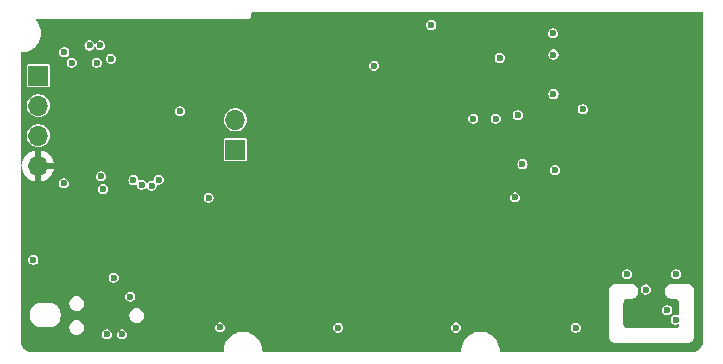
<source format=gbr>
%TF.GenerationSoftware,KiCad,Pcbnew,8.99.0-unknown-77b1d367df~178~ubuntu23.10.1*%
%TF.CreationDate,2024-11-07T11:46:47-05:00*%
%TF.ProjectId,nRF54L_ePaper,6e524635-344c-45f6-9550-617065722e6b,rev?*%
%TF.SameCoordinates,Original*%
%TF.FileFunction,Copper,L3,Inr*%
%TF.FilePolarity,Positive*%
%FSLAX46Y46*%
G04 Gerber Fmt 4.6, Leading zero omitted, Abs format (unit mm)*
G04 Created by KiCad (PCBNEW 8.99.0-unknown-77b1d367df~178~ubuntu23.10.1) date 2024-11-07 11:46:47*
%MOMM*%
%LPD*%
G01*
G04 APERTURE LIST*
%TA.AperFunction,ComponentPad*%
%ADD10R,1.700000X1.700000*%
%TD*%
%TA.AperFunction,ComponentPad*%
%ADD11O,1.700000X1.700000*%
%TD*%
%TA.AperFunction,ViaPad*%
%ADD12C,0.600000*%
%TD*%
G04 APERTURE END LIST*
D10*
%TO.N,Net-(BT1-+)*%
%TO.C,JP2*%
X118300000Y-56775000D03*
D11*
%TO.N,VDD*%
X118300000Y-54235000D03*
%TD*%
D10*
%TO.N,VDD*%
%TO.C,J1*%
X101600000Y-50500000D03*
D11*
%TO.N,/UART_TX*%
X101600000Y-53040000D03*
%TO.N,/UART_RX*%
X101600000Y-55580000D03*
%TO.N,GND*%
X101600000Y-58120000D03*
%TD*%
D12*
%TO.N,VDD*%
X109400000Y-69200000D03*
X151460000Y-67300000D03*
X113600000Y-53500000D03*
X142200000Y-53840000D03*
X153040000Y-68600000D03*
X101190000Y-66090000D03*
X145230000Y-52040000D03*
X155620000Y-67300000D03*
%TO.N,GND*%
X137070000Y-69670000D03*
X142790000Y-48500000D03*
X109560000Y-48190000D03*
X106850000Y-53360000D03*
X142780000Y-56070000D03*
X142790000Y-46700000D03*
X117000000Y-69680000D03*
X144700000Y-60280000D03*
X104010000Y-62260000D03*
X108670000Y-48190000D03*
X152110000Y-71150000D03*
X142790000Y-45800000D03*
X103550000Y-60700000D03*
X142870000Y-56808000D03*
X113890000Y-47600000D03*
X142790000Y-47600000D03*
X113180000Y-55660000D03*
X112260000Y-55650000D03*
X142780000Y-49410000D03*
X114690000Y-55060000D03*
X147460000Y-50750000D03*
X147130000Y-69670000D03*
X127050000Y-69680000D03*
X147580000Y-55250000D03*
X143400000Y-60430000D03*
X106100000Y-69200000D03*
X110450000Y-48190000D03*
X112880000Y-53000000D03*
%TO.N,/PREVGL*%
X145185000Y-46905000D03*
X134880000Y-46200000D03*
%TO.N,/SCL*%
X109670000Y-59340000D03*
X154860000Y-70350000D03*
X106850000Y-47930000D03*
%TO.N,/SDA*%
X155570000Y-71150000D03*
X105950000Y-47940000D03*
X110370000Y-59730000D03*
%TO.N,/PREVGH*%
X145230466Y-48707047D03*
X140680000Y-49000000D03*
%TO.N,/GDR*%
X140340000Y-54140000D03*
X145370000Y-58490000D03*
%TO.N,/RESE*%
X142600000Y-57970000D03*
X138440000Y-54140000D03*
%TO.N,/EPD_DC*%
X130050000Y-49640000D03*
X147700000Y-53340000D03*
%TO.N,Net-(Q2-G)*%
X103820000Y-48510000D03*
X103760000Y-59620000D03*
%TO.N,Net-(J4-SWDIO)*%
X108700000Y-72400000D03*
X106560000Y-49400000D03*
%TO.N,Net-(J4-~{RESET})*%
X107750000Y-49070000D03*
X108000000Y-67600000D03*
%TO.N,Net-(J4-SWCLK)*%
X104440000Y-49400000D03*
X107400000Y-72400000D03*
%TO.N,/SW1*%
X116990000Y-71810000D03*
%TO.N,/SW2*%
X127000000Y-71830000D03*
%TO.N,/SW3*%
X136980000Y-71820000D03*
%TO.N,/SW4*%
X147110000Y-71830000D03*
%TO.N,/UART_TX*%
X111200000Y-59800000D03*
X106920000Y-59020000D03*
%TO.N,/UART_RX*%
X107100000Y-60100000D03*
X111800000Y-59300000D03*
%TO.N,Net-(BT1-+)*%
X116030000Y-60820000D03*
X141960000Y-60800000D03*
%TD*%
%TA.AperFunction,Conductor*%
%TO.N,GND*%
G36*
X157854194Y-45118306D02*
G01*
X157872500Y-45162500D01*
X157872500Y-72996930D01*
X157872199Y-73003056D01*
X157856338Y-73164088D01*
X157853948Y-73176105D01*
X157807871Y-73328002D01*
X157803182Y-73339321D01*
X157728358Y-73479307D01*
X157721551Y-73489494D01*
X157620856Y-73612192D01*
X157612192Y-73620856D01*
X157489494Y-73721551D01*
X157479307Y-73728358D01*
X157339321Y-73803182D01*
X157328002Y-73807871D01*
X157176105Y-73853948D01*
X157164088Y-73856338D01*
X157003056Y-73872199D01*
X156996930Y-73872500D01*
X140758227Y-73872500D01*
X140742051Y-73870370D01*
X140729925Y-73867121D01*
X140701908Y-73850945D01*
X140699054Y-73848091D01*
X140682878Y-73820072D01*
X140679628Y-73807945D01*
X140677500Y-73791773D01*
X140677500Y-73678042D01*
X140677500Y-73678036D01*
X140641145Y-73436832D01*
X140569246Y-73203740D01*
X140463409Y-72983968D01*
X140353386Y-72822594D01*
X140326005Y-72782433D01*
X140326002Y-72782430D01*
X140325999Y-72782425D01*
X140160085Y-72603612D01*
X140160080Y-72603608D01*
X140160077Y-72603605D01*
X139969383Y-72451531D01*
X139969377Y-72451527D01*
X139969374Y-72451525D01*
X139758126Y-72329561D01*
X139531059Y-72240444D01*
X139531055Y-72240443D01*
X139531052Y-72240442D01*
X139293247Y-72186165D01*
X139050003Y-72167936D01*
X139049997Y-72167936D01*
X138806753Y-72186165D01*
X138806751Y-72186165D01*
X138568947Y-72240442D01*
X138568944Y-72240443D01*
X138341871Y-72329562D01*
X138219870Y-72400000D01*
X138152667Y-72438800D01*
X138130616Y-72451531D01*
X137939922Y-72603605D01*
X137939917Y-72603610D01*
X137939915Y-72603611D01*
X137939915Y-72603612D01*
X137791657Y-72763397D01*
X137773994Y-72782433D01*
X137636591Y-72983967D01*
X137530752Y-73203744D01*
X137530751Y-73203748D01*
X137458856Y-73436824D01*
X137422500Y-73678036D01*
X137422500Y-73791773D01*
X137420370Y-73807951D01*
X137417121Y-73820075D01*
X137400945Y-73848091D01*
X137398091Y-73850945D01*
X137370074Y-73867121D01*
X137357947Y-73870370D01*
X137341773Y-73872500D01*
X120658227Y-73872500D01*
X120642051Y-73870370D01*
X120629925Y-73867121D01*
X120601908Y-73850945D01*
X120599054Y-73848091D01*
X120582878Y-73820072D01*
X120579628Y-73807945D01*
X120577500Y-73791773D01*
X120577500Y-73678042D01*
X120577500Y-73678036D01*
X120541145Y-73436832D01*
X120469246Y-73203740D01*
X120363409Y-72983968D01*
X120253386Y-72822594D01*
X120226005Y-72782433D01*
X120226002Y-72782430D01*
X120225999Y-72782425D01*
X120060085Y-72603612D01*
X120060080Y-72603608D01*
X120060077Y-72603605D01*
X119869383Y-72451531D01*
X119869377Y-72451527D01*
X119869374Y-72451525D01*
X119658126Y-72329561D01*
X119431059Y-72240444D01*
X119431055Y-72240443D01*
X119431052Y-72240442D01*
X119193247Y-72186165D01*
X118950003Y-72167936D01*
X118949997Y-72167936D01*
X118706753Y-72186165D01*
X118706751Y-72186165D01*
X118468947Y-72240442D01*
X118468944Y-72240443D01*
X118241871Y-72329562D01*
X118119870Y-72400000D01*
X118052667Y-72438800D01*
X118030616Y-72451531D01*
X117839922Y-72603605D01*
X117839917Y-72603610D01*
X117839915Y-72603611D01*
X117839915Y-72603612D01*
X117691657Y-72763397D01*
X117673994Y-72782433D01*
X117536591Y-72983967D01*
X117430752Y-73203744D01*
X117430751Y-73203748D01*
X117358856Y-73436824D01*
X117322500Y-73678036D01*
X117322500Y-73791773D01*
X117320370Y-73807951D01*
X117317121Y-73820075D01*
X117300945Y-73848091D01*
X117298091Y-73850945D01*
X117270074Y-73867121D01*
X117257947Y-73870370D01*
X117241773Y-73872500D01*
X101003070Y-73872500D01*
X100996944Y-73872199D01*
X100835911Y-73856338D01*
X100823894Y-73853948D01*
X100671997Y-73807871D01*
X100660678Y-73803182D01*
X100520692Y-73728358D01*
X100510505Y-73721551D01*
X100457481Y-73678036D01*
X100387805Y-73620854D01*
X100379143Y-73612192D01*
X100347877Y-73574094D01*
X100278445Y-73489490D01*
X100271644Y-73479311D01*
X100196815Y-73339317D01*
X100192130Y-73328007D01*
X100146050Y-73176101D01*
X100143661Y-73164088D01*
X100140057Y-73127500D01*
X100127801Y-73003056D01*
X100127500Y-72996930D01*
X100127500Y-70648799D01*
X100872500Y-70648799D01*
X100872500Y-70851200D01*
X100911985Y-71049709D01*
X100911985Y-71049710D01*
X100989441Y-71236704D01*
X100989442Y-71236706D01*
X101087531Y-71383506D01*
X101101888Y-71404993D01*
X101245007Y-71548112D01*
X101413296Y-71660559D01*
X101600289Y-71738014D01*
X101798800Y-71777500D01*
X102601200Y-71777500D01*
X102716030Y-71754659D01*
X104237200Y-71754659D01*
X104237200Y-71877340D01*
X104261133Y-71997662D01*
X104308082Y-72111006D01*
X104308083Y-72111008D01*
X104369461Y-72202867D01*
X104376240Y-72213012D01*
X104462988Y-72299760D01*
X104564994Y-72367918D01*
X104678336Y-72414866D01*
X104798660Y-72438800D01*
X104921340Y-72438800D01*
X105041664Y-72414866D01*
X105077554Y-72400000D01*
X106968104Y-72400000D01*
X106985598Y-72521677D01*
X106985599Y-72521680D01*
X107036665Y-72633500D01*
X107036669Y-72633506D01*
X107117166Y-72726403D01*
X107117168Y-72726405D01*
X107220584Y-72792866D01*
X107220586Y-72792866D01*
X107220587Y-72792867D01*
X107338534Y-72827500D01*
X107338535Y-72827500D01*
X107461465Y-72827500D01*
X107579416Y-72792866D01*
X107682832Y-72726405D01*
X107763334Y-72633501D01*
X107814401Y-72521679D01*
X107831896Y-72400000D01*
X108268104Y-72400000D01*
X108285598Y-72521677D01*
X108285599Y-72521680D01*
X108336665Y-72633500D01*
X108336669Y-72633506D01*
X108417166Y-72726403D01*
X108417168Y-72726405D01*
X108520584Y-72792866D01*
X108520586Y-72792866D01*
X108520587Y-72792867D01*
X108638534Y-72827500D01*
X108638535Y-72827500D01*
X108761465Y-72827500D01*
X108879416Y-72792866D01*
X108982832Y-72726405D01*
X109063334Y-72633501D01*
X109114401Y-72521679D01*
X109131896Y-72400000D01*
X109114401Y-72278321D01*
X109063334Y-72166499D01*
X109063330Y-72166493D01*
X108982833Y-72073596D01*
X108982832Y-72073595D01*
X108879416Y-72007134D01*
X108879414Y-72007133D01*
X108879412Y-72007132D01*
X108761466Y-71972500D01*
X108761465Y-71972500D01*
X108638535Y-71972500D01*
X108638534Y-71972500D01*
X108520587Y-72007132D01*
X108417166Y-72073596D01*
X108336669Y-72166493D01*
X108336665Y-72166499D01*
X108285599Y-72278319D01*
X108285598Y-72278322D01*
X108268104Y-72400000D01*
X107831896Y-72400000D01*
X107814401Y-72278321D01*
X107763334Y-72166499D01*
X107763330Y-72166493D01*
X107682833Y-72073596D01*
X107682832Y-72073595D01*
X107579416Y-72007134D01*
X107579414Y-72007133D01*
X107579412Y-72007132D01*
X107461466Y-71972500D01*
X107461465Y-71972500D01*
X107338535Y-71972500D01*
X107338534Y-71972500D01*
X107220587Y-72007132D01*
X107117166Y-72073596D01*
X107036669Y-72166493D01*
X107036665Y-72166499D01*
X106985599Y-72278319D01*
X106985598Y-72278322D01*
X106968104Y-72400000D01*
X105077554Y-72400000D01*
X105155006Y-72367918D01*
X105257012Y-72299760D01*
X105343760Y-72213012D01*
X105411918Y-72111006D01*
X105458866Y-71997664D01*
X105482800Y-71877340D01*
X105482800Y-71810000D01*
X116558104Y-71810000D01*
X116575598Y-71931677D01*
X116575599Y-71931680D01*
X116626665Y-72043500D01*
X116626669Y-72043506D01*
X116707166Y-72136403D01*
X116707168Y-72136405D01*
X116810584Y-72202866D01*
X116810586Y-72202866D01*
X116810587Y-72202867D01*
X116928534Y-72237500D01*
X116928535Y-72237500D01*
X117051465Y-72237500D01*
X117169416Y-72202866D01*
X117272832Y-72136405D01*
X117353334Y-72043501D01*
X117404401Y-71931679D01*
X117419020Y-71830000D01*
X126568104Y-71830000D01*
X126585598Y-71951677D01*
X126585599Y-71951680D01*
X126636665Y-72063500D01*
X126636669Y-72063506D01*
X126708501Y-72146403D01*
X126717168Y-72156405D01*
X126820584Y-72222866D01*
X126820586Y-72222866D01*
X126820587Y-72222867D01*
X126938534Y-72257500D01*
X126938535Y-72257500D01*
X127061465Y-72257500D01*
X127179416Y-72222866D01*
X127282832Y-72156405D01*
X127354587Y-72073596D01*
X127363330Y-72063506D01*
X127363331Y-72063504D01*
X127363334Y-72063501D01*
X127414401Y-71951679D01*
X127431896Y-71830000D01*
X127430458Y-71820000D01*
X136548104Y-71820000D01*
X136565598Y-71941677D01*
X136565599Y-71941680D01*
X136616665Y-72053500D01*
X136616669Y-72053506D01*
X136688501Y-72136403D01*
X136697168Y-72146405D01*
X136800584Y-72212866D01*
X136800586Y-72212866D01*
X136800587Y-72212867D01*
X136918534Y-72247500D01*
X136918535Y-72247500D01*
X137041465Y-72247500D01*
X137159416Y-72212866D01*
X137262832Y-72146405D01*
X137325922Y-72073596D01*
X137343330Y-72053506D01*
X137343331Y-72053504D01*
X137343334Y-72053501D01*
X137394401Y-71941679D01*
X137410458Y-71830000D01*
X146678104Y-71830000D01*
X146695598Y-71951677D01*
X146695599Y-71951680D01*
X146746665Y-72063500D01*
X146746669Y-72063506D01*
X146818501Y-72146403D01*
X146827168Y-72156405D01*
X146930584Y-72222866D01*
X146930586Y-72222866D01*
X146930587Y-72222867D01*
X147048534Y-72257500D01*
X147048535Y-72257500D01*
X147171465Y-72257500D01*
X147289416Y-72222866D01*
X147392832Y-72156405D01*
X147464587Y-72073596D01*
X147473330Y-72063506D01*
X147473331Y-72063504D01*
X147473334Y-72063501D01*
X147524401Y-71951679D01*
X147541896Y-71830000D01*
X147524401Y-71708321D01*
X147473334Y-71596499D01*
X147473330Y-71596493D01*
X147392833Y-71503596D01*
X147392832Y-71503595D01*
X147289416Y-71437134D01*
X147289414Y-71437133D01*
X147289412Y-71437132D01*
X147171466Y-71402500D01*
X147171465Y-71402500D01*
X147048535Y-71402500D01*
X147048534Y-71402500D01*
X146930587Y-71437132D01*
X146827166Y-71503596D01*
X146746669Y-71596493D01*
X146746665Y-71596499D01*
X146695599Y-71708319D01*
X146695598Y-71708322D01*
X146678104Y-71830000D01*
X137410458Y-71830000D01*
X137411896Y-71820000D01*
X137394401Y-71698321D01*
X137343334Y-71586499D01*
X137343330Y-71586493D01*
X137262833Y-71493596D01*
X137262832Y-71493595D01*
X137159416Y-71427134D01*
X137159414Y-71427133D01*
X137159412Y-71427132D01*
X137041466Y-71392500D01*
X137041465Y-71392500D01*
X136918535Y-71392500D01*
X136918534Y-71392500D01*
X136800587Y-71427132D01*
X136697166Y-71493596D01*
X136616669Y-71586493D01*
X136616665Y-71586499D01*
X136565599Y-71698319D01*
X136565598Y-71698322D01*
X136548104Y-71820000D01*
X127430458Y-71820000D01*
X127414401Y-71708321D01*
X127363334Y-71596499D01*
X127363330Y-71596493D01*
X127282833Y-71503596D01*
X127282832Y-71503595D01*
X127179416Y-71437134D01*
X127179414Y-71437133D01*
X127179412Y-71437132D01*
X127061466Y-71402500D01*
X127061465Y-71402500D01*
X126938535Y-71402500D01*
X126938534Y-71402500D01*
X126820587Y-71437132D01*
X126717166Y-71503596D01*
X126636669Y-71596493D01*
X126636665Y-71596499D01*
X126585599Y-71708319D01*
X126585598Y-71708322D01*
X126568104Y-71830000D01*
X117419020Y-71830000D01*
X117421896Y-71810000D01*
X117404401Y-71688321D01*
X117353334Y-71576499D01*
X117353330Y-71576493D01*
X117272833Y-71483596D01*
X117272832Y-71483595D01*
X117169416Y-71417134D01*
X117169414Y-71417133D01*
X117169412Y-71417132D01*
X117051466Y-71382500D01*
X117051465Y-71382500D01*
X116928535Y-71382500D01*
X116928534Y-71382500D01*
X116810587Y-71417132D01*
X116707166Y-71483596D01*
X116626669Y-71576493D01*
X116626665Y-71576499D01*
X116575599Y-71688319D01*
X116575598Y-71688322D01*
X116558104Y-71810000D01*
X105482800Y-71810000D01*
X105482800Y-71754660D01*
X105458866Y-71634336D01*
X105411918Y-71520994D01*
X105343760Y-71418988D01*
X105257012Y-71332240D01*
X105257011Y-71332239D01*
X105155008Y-71264083D01*
X105155006Y-71264082D01*
X105041662Y-71217133D01*
X104921340Y-71193200D01*
X104798660Y-71193200D01*
X104678337Y-71217133D01*
X104564993Y-71264082D01*
X104564991Y-71264083D01*
X104462988Y-71332239D01*
X104376239Y-71418988D01*
X104308083Y-71520991D01*
X104308082Y-71520993D01*
X104261133Y-71634337D01*
X104237200Y-71754659D01*
X102716030Y-71754659D01*
X102799711Y-71738014D01*
X102986704Y-71660559D01*
X103154993Y-71548112D01*
X103298112Y-71404993D01*
X103410559Y-71236704D01*
X103488014Y-71049711D01*
X103527500Y-70851200D01*
X103527500Y-70738659D01*
X109317200Y-70738659D01*
X109317200Y-70861340D01*
X109341133Y-70981662D01*
X109388082Y-71095006D01*
X109388083Y-71095008D01*
X109453693Y-71193200D01*
X109456240Y-71197012D01*
X109542988Y-71283760D01*
X109644994Y-71351918D01*
X109758336Y-71398866D01*
X109878660Y-71422800D01*
X110001340Y-71422800D01*
X110121664Y-71398866D01*
X110235006Y-71351918D01*
X110337012Y-71283760D01*
X110423760Y-71197012D01*
X110491918Y-71095006D01*
X110538866Y-70981664D01*
X110562800Y-70861340D01*
X110562800Y-70738660D01*
X110538866Y-70618336D01*
X110491918Y-70504994D01*
X110423760Y-70402988D01*
X110337012Y-70316240D01*
X110337011Y-70316239D01*
X110235008Y-70248083D01*
X110235006Y-70248082D01*
X110121662Y-70201133D01*
X110001340Y-70177200D01*
X109878660Y-70177200D01*
X109758337Y-70201133D01*
X109644993Y-70248082D01*
X109644991Y-70248083D01*
X109542988Y-70316239D01*
X109456239Y-70402988D01*
X109388083Y-70504991D01*
X109388082Y-70504993D01*
X109341133Y-70618337D01*
X109317200Y-70738659D01*
X103527500Y-70738659D01*
X103527500Y-70648800D01*
X103488014Y-70450289D01*
X103410559Y-70263296D01*
X103298112Y-70095007D01*
X103154993Y-69951888D01*
X103111011Y-69922500D01*
X102986706Y-69839442D01*
X102986704Y-69839441D01*
X102799709Y-69761985D01*
X102601999Y-69722659D01*
X104237200Y-69722659D01*
X104237200Y-69845340D01*
X104261133Y-69965662D01*
X104261134Y-69965664D01*
X104308082Y-70079006D01*
X104376240Y-70181012D01*
X104462988Y-70267760D01*
X104564994Y-70335918D01*
X104678336Y-70382866D01*
X104798660Y-70406800D01*
X104921340Y-70406800D01*
X105041664Y-70382866D01*
X105155006Y-70335918D01*
X105257012Y-70267760D01*
X105343760Y-70181012D01*
X105411918Y-70079006D01*
X105458866Y-69965664D01*
X105482800Y-69845340D01*
X105482800Y-69722660D01*
X105458866Y-69602336D01*
X105411918Y-69488994D01*
X105343760Y-69386988D01*
X105257012Y-69300240D01*
X105257011Y-69300239D01*
X105155008Y-69232083D01*
X105155006Y-69232082D01*
X105077554Y-69200000D01*
X108968104Y-69200000D01*
X108985598Y-69321677D01*
X108985599Y-69321680D01*
X109036665Y-69433500D01*
X109036669Y-69433506D01*
X109117166Y-69526403D01*
X109117168Y-69526405D01*
X109220584Y-69592866D01*
X109220586Y-69592866D01*
X109220587Y-69592867D01*
X109338534Y-69627500D01*
X109338535Y-69627500D01*
X109461465Y-69627500D01*
X109579416Y-69592866D01*
X109682832Y-69526405D01*
X109763334Y-69433501D01*
X109814401Y-69321679D01*
X109831896Y-69200000D01*
X109814401Y-69078321D01*
X109763334Y-68966499D01*
X109763330Y-68966493D01*
X109682833Y-68873596D01*
X109682832Y-68873595D01*
X109579416Y-68807134D01*
X109579414Y-68807133D01*
X109579412Y-68807132D01*
X109461466Y-68772500D01*
X109461465Y-68772500D01*
X109338535Y-68772500D01*
X109338534Y-68772500D01*
X109220587Y-68807132D01*
X109117166Y-68873596D01*
X109036669Y-68966493D01*
X109036665Y-68966499D01*
X108985599Y-69078319D01*
X108985598Y-69078322D01*
X108968104Y-69200000D01*
X105077554Y-69200000D01*
X105041662Y-69185133D01*
X104921340Y-69161200D01*
X104798660Y-69161200D01*
X104678337Y-69185133D01*
X104564993Y-69232082D01*
X104564991Y-69232083D01*
X104462988Y-69300239D01*
X104376239Y-69386988D01*
X104308083Y-69488991D01*
X104308082Y-69488993D01*
X104261133Y-69602337D01*
X104237200Y-69722659D01*
X102601999Y-69722659D01*
X102601200Y-69722500D01*
X101798800Y-69722500D01*
X101600290Y-69761985D01*
X101600289Y-69761985D01*
X101413295Y-69839441D01*
X101413293Y-69839442D01*
X101245007Y-69951887D01*
X101101887Y-70095007D01*
X100989442Y-70263293D01*
X100989441Y-70263295D01*
X100911985Y-70450289D01*
X100911985Y-70450290D01*
X100872500Y-70648799D01*
X100127500Y-70648799D01*
X100127500Y-68679296D01*
X149892500Y-68679296D01*
X149892500Y-72570703D01*
X149923964Y-72708559D01*
X149985316Y-72835960D01*
X149985318Y-72835963D01*
X150073483Y-72946517D01*
X150184037Y-73034682D01*
X150311438Y-73096035D01*
X150449298Y-73127500D01*
X150449299Y-73127500D01*
X156590701Y-73127500D01*
X156590702Y-73127500D01*
X156728562Y-73096035D01*
X156855963Y-73034682D01*
X156966517Y-72946517D01*
X157054682Y-72835963D01*
X157116035Y-72708562D01*
X157147500Y-72570702D01*
X157147500Y-72500000D01*
X157147500Y-72470899D01*
X157147500Y-68724639D01*
X157147500Y-68679298D01*
X157116035Y-68541438D01*
X157054682Y-68414037D01*
X156966517Y-68303483D01*
X156855963Y-68215318D01*
X156855960Y-68215316D01*
X156767050Y-68172500D01*
X156728562Y-68153965D01*
X156728560Y-68153964D01*
X156728559Y-68153964D01*
X156590703Y-68122500D01*
X156590702Y-68122500D01*
X156545361Y-68122500D01*
X155299101Y-68122500D01*
X155270000Y-68122500D01*
X155199298Y-68122500D01*
X155199296Y-68122500D01*
X155061440Y-68153964D01*
X154934039Y-68215316D01*
X154934036Y-68215318D01*
X154823483Y-68303483D01*
X154735318Y-68414036D01*
X154735316Y-68414039D01*
X154673964Y-68541440D01*
X154642500Y-68679296D01*
X154642500Y-68820703D01*
X154668872Y-68936250D01*
X154673965Y-68958562D01*
X154700372Y-69013397D01*
X154735316Y-69085960D01*
X154735318Y-69085963D01*
X154823483Y-69196517D01*
X154934037Y-69284682D01*
X155061438Y-69346035D01*
X155199298Y-69377500D01*
X155244639Y-69377500D01*
X155490899Y-69377500D01*
X155515906Y-69377500D01*
X155524063Y-69378035D01*
X155531569Y-69379023D01*
X155608256Y-69389119D01*
X155624006Y-69393339D01*
X155690931Y-69421060D01*
X155698645Y-69424256D01*
X155712774Y-69432413D01*
X155776868Y-69481593D01*
X155788406Y-69493131D01*
X155837586Y-69557225D01*
X155845743Y-69571354D01*
X155876658Y-69645987D01*
X155880880Y-69661746D01*
X155888900Y-69722659D01*
X155891965Y-69745936D01*
X155892500Y-69754094D01*
X155892500Y-70734628D01*
X155874194Y-70778822D01*
X155830000Y-70797128D01*
X155796211Y-70787207D01*
X155749416Y-70757134D01*
X155749414Y-70757133D01*
X155749412Y-70757132D01*
X155631466Y-70722500D01*
X155631465Y-70722500D01*
X155508535Y-70722500D01*
X155508534Y-70722500D01*
X155390587Y-70757132D01*
X155287166Y-70823596D01*
X155206669Y-70916493D01*
X155206665Y-70916499D01*
X155155599Y-71028319D01*
X155155598Y-71028322D01*
X155138104Y-71150000D01*
X155155598Y-71271677D01*
X155155599Y-71271680D01*
X155206665Y-71383500D01*
X155206669Y-71383506D01*
X155253139Y-71437134D01*
X155287168Y-71476405D01*
X155390584Y-71542866D01*
X155390586Y-71542866D01*
X155390587Y-71542867D01*
X155508534Y-71577500D01*
X155508535Y-71577500D01*
X155631465Y-71577500D01*
X155749416Y-71542866D01*
X155786220Y-71519213D01*
X155833293Y-71510720D01*
X155872586Y-71538001D01*
X155881974Y-71579943D01*
X155880882Y-71588245D01*
X155876658Y-71604012D01*
X155845743Y-71678645D01*
X155837586Y-71692774D01*
X155788406Y-71756868D01*
X155776868Y-71768406D01*
X155712774Y-71817586D01*
X155698645Y-71825743D01*
X155624012Y-71856658D01*
X155608252Y-71860881D01*
X155524064Y-71871965D01*
X155515906Y-71872500D01*
X151524094Y-71872500D01*
X151515936Y-71871965D01*
X151431746Y-71860880D01*
X151415988Y-71856658D01*
X151366026Y-71835963D01*
X151341354Y-71825743D01*
X151327225Y-71817586D01*
X151263131Y-71768406D01*
X151251593Y-71756868D01*
X151202413Y-71692774D01*
X151194256Y-71678645D01*
X151186764Y-71660558D01*
X151163339Y-71604006D01*
X151159119Y-71588256D01*
X151148035Y-71504062D01*
X151147500Y-71495905D01*
X151147500Y-70350000D01*
X154428104Y-70350000D01*
X154445598Y-70471677D01*
X154445599Y-70471680D01*
X154496665Y-70583500D01*
X154496669Y-70583506D01*
X154577166Y-70676403D01*
X154577168Y-70676405D01*
X154680584Y-70742866D01*
X154680586Y-70742866D01*
X154680587Y-70742867D01*
X154798534Y-70777500D01*
X154798535Y-70777500D01*
X154921465Y-70777500D01*
X155039416Y-70742866D01*
X155142832Y-70676405D01*
X155223334Y-70583501D01*
X155274401Y-70471679D01*
X155291896Y-70350000D01*
X155274401Y-70228321D01*
X155223334Y-70116499D01*
X155223330Y-70116493D01*
X155142833Y-70023596D01*
X155142832Y-70023595D01*
X155039416Y-69957134D01*
X155039414Y-69957133D01*
X155039412Y-69957132D01*
X154921466Y-69922500D01*
X154921465Y-69922500D01*
X154798535Y-69922500D01*
X154798534Y-69922500D01*
X154680587Y-69957132D01*
X154577166Y-70023596D01*
X154496669Y-70116493D01*
X154496665Y-70116499D01*
X154445599Y-70228319D01*
X154445598Y-70228322D01*
X154428104Y-70350000D01*
X151147500Y-70350000D01*
X151147500Y-69754094D01*
X151148035Y-69745937D01*
X151151099Y-69722660D01*
X151159119Y-69661741D01*
X151163338Y-69645995D01*
X151194257Y-69571352D01*
X151202413Y-69557225D01*
X151226063Y-69526403D01*
X151251596Y-69493127D01*
X151263127Y-69481596D01*
X151315955Y-69441060D01*
X151327225Y-69432413D01*
X151341352Y-69424257D01*
X151415995Y-69393338D01*
X151431741Y-69389119D01*
X151509393Y-69378896D01*
X151515937Y-69378035D01*
X151524094Y-69377500D01*
X151840701Y-69377500D01*
X151840702Y-69377500D01*
X151978562Y-69346035D01*
X152105963Y-69284682D01*
X152216517Y-69196517D01*
X152304682Y-69085963D01*
X152366035Y-68958562D01*
X152397500Y-68820702D01*
X152397500Y-68750000D01*
X152397500Y-68720899D01*
X152397500Y-68679298D01*
X152379401Y-68600000D01*
X152608104Y-68600000D01*
X152625598Y-68721677D01*
X152625599Y-68721680D01*
X152676665Y-68833500D01*
X152676669Y-68833506D01*
X152757166Y-68926403D01*
X152757168Y-68926405D01*
X152860584Y-68992866D01*
X152860586Y-68992866D01*
X152860587Y-68992867D01*
X152978534Y-69027500D01*
X152978535Y-69027500D01*
X153101465Y-69027500D01*
X153219416Y-68992866D01*
X153322832Y-68926405D01*
X153403334Y-68833501D01*
X153454401Y-68721679D01*
X153471896Y-68600000D01*
X153454401Y-68478321D01*
X153403334Y-68366499D01*
X153403330Y-68366493D01*
X153322833Y-68273596D01*
X153322832Y-68273595D01*
X153219416Y-68207134D01*
X153219414Y-68207133D01*
X153219412Y-68207132D01*
X153101466Y-68172500D01*
X153101465Y-68172500D01*
X152978535Y-68172500D01*
X152978534Y-68172500D01*
X152860587Y-68207132D01*
X152757166Y-68273596D01*
X152676669Y-68366493D01*
X152676665Y-68366499D01*
X152625599Y-68478319D01*
X152625598Y-68478322D01*
X152608104Y-68600000D01*
X152379401Y-68600000D01*
X152366035Y-68541438D01*
X152304682Y-68414037D01*
X152216517Y-68303483D01*
X152105963Y-68215318D01*
X152105960Y-68215316D01*
X152017050Y-68172500D01*
X151978562Y-68153965D01*
X151978560Y-68153964D01*
X151978559Y-68153964D01*
X151840703Y-68122500D01*
X151840702Y-68122500D01*
X151795361Y-68122500D01*
X150549101Y-68122500D01*
X150520000Y-68122500D01*
X150449298Y-68122500D01*
X150449296Y-68122500D01*
X150311440Y-68153964D01*
X150184039Y-68215316D01*
X150184036Y-68215318D01*
X150073483Y-68303483D01*
X149985318Y-68414036D01*
X149985316Y-68414039D01*
X149923964Y-68541440D01*
X149892500Y-68679296D01*
X100127500Y-68679296D01*
X100127500Y-67600000D01*
X107568104Y-67600000D01*
X107585598Y-67721677D01*
X107585599Y-67721680D01*
X107636665Y-67833500D01*
X107636669Y-67833506D01*
X107717166Y-67926403D01*
X107717168Y-67926405D01*
X107820584Y-67992866D01*
X107820586Y-67992866D01*
X107820587Y-67992867D01*
X107938534Y-68027500D01*
X107938535Y-68027500D01*
X108061465Y-68027500D01*
X108179416Y-67992866D01*
X108282832Y-67926405D01*
X108363334Y-67833501D01*
X108414401Y-67721679D01*
X108431896Y-67600000D01*
X108414401Y-67478321D01*
X108363334Y-67366499D01*
X108363330Y-67366493D01*
X108305713Y-67300000D01*
X151028104Y-67300000D01*
X151045598Y-67421677D01*
X151045599Y-67421680D01*
X151096665Y-67533500D01*
X151096669Y-67533506D01*
X151177166Y-67626403D01*
X151177168Y-67626405D01*
X151280584Y-67692866D01*
X151280586Y-67692866D01*
X151280587Y-67692867D01*
X151398534Y-67727500D01*
X151398535Y-67727500D01*
X151521465Y-67727500D01*
X151639416Y-67692866D01*
X151742832Y-67626405D01*
X151823334Y-67533501D01*
X151874401Y-67421679D01*
X151891896Y-67300000D01*
X155188104Y-67300000D01*
X155205598Y-67421677D01*
X155205599Y-67421680D01*
X155256665Y-67533500D01*
X155256669Y-67533506D01*
X155337166Y-67626403D01*
X155337168Y-67626405D01*
X155440584Y-67692866D01*
X155440586Y-67692866D01*
X155440587Y-67692867D01*
X155558534Y-67727500D01*
X155558535Y-67727500D01*
X155681465Y-67727500D01*
X155799416Y-67692866D01*
X155902832Y-67626405D01*
X155983334Y-67533501D01*
X156034401Y-67421679D01*
X156051896Y-67300000D01*
X156034401Y-67178321D01*
X155983334Y-67066499D01*
X155983330Y-67066493D01*
X155902833Y-66973596D01*
X155902832Y-66973595D01*
X155799416Y-66907134D01*
X155799414Y-66907133D01*
X155799412Y-66907132D01*
X155681466Y-66872500D01*
X155681465Y-66872500D01*
X155558535Y-66872500D01*
X155558534Y-66872500D01*
X155440587Y-66907132D01*
X155337166Y-66973596D01*
X155256669Y-67066493D01*
X155256665Y-67066499D01*
X155205599Y-67178319D01*
X155205598Y-67178322D01*
X155188104Y-67300000D01*
X151891896Y-67300000D01*
X151874401Y-67178321D01*
X151823334Y-67066499D01*
X151823330Y-67066493D01*
X151742833Y-66973596D01*
X151742832Y-66973595D01*
X151639416Y-66907134D01*
X151639414Y-66907133D01*
X151639412Y-66907132D01*
X151521466Y-66872500D01*
X151521465Y-66872500D01*
X151398535Y-66872500D01*
X151398534Y-66872500D01*
X151280587Y-66907132D01*
X151177166Y-66973596D01*
X151096669Y-67066493D01*
X151096665Y-67066499D01*
X151045599Y-67178319D01*
X151045598Y-67178322D01*
X151028104Y-67300000D01*
X108305713Y-67300000D01*
X108282833Y-67273596D01*
X108282832Y-67273595D01*
X108179416Y-67207134D01*
X108179414Y-67207133D01*
X108179412Y-67207132D01*
X108061466Y-67172500D01*
X108061465Y-67172500D01*
X107938535Y-67172500D01*
X107938534Y-67172500D01*
X107820587Y-67207132D01*
X107717166Y-67273596D01*
X107636669Y-67366493D01*
X107636665Y-67366499D01*
X107585599Y-67478319D01*
X107585598Y-67478322D01*
X107568104Y-67600000D01*
X100127500Y-67600000D01*
X100127500Y-66090000D01*
X100758104Y-66090000D01*
X100775598Y-66211677D01*
X100775599Y-66211680D01*
X100826665Y-66323500D01*
X100826669Y-66323506D01*
X100907166Y-66416403D01*
X100907168Y-66416405D01*
X101010584Y-66482866D01*
X101010586Y-66482866D01*
X101010587Y-66482867D01*
X101128534Y-66517500D01*
X101128535Y-66517500D01*
X101251465Y-66517500D01*
X101369416Y-66482866D01*
X101472832Y-66416405D01*
X101553334Y-66323501D01*
X101604401Y-66211679D01*
X101621896Y-66090000D01*
X101604401Y-65968321D01*
X101553334Y-65856499D01*
X101553330Y-65856493D01*
X101472833Y-65763596D01*
X101472832Y-65763595D01*
X101369416Y-65697134D01*
X101369414Y-65697133D01*
X101369412Y-65697132D01*
X101251466Y-65662500D01*
X101251465Y-65662500D01*
X101128535Y-65662500D01*
X101128534Y-65662500D01*
X101010587Y-65697132D01*
X100907166Y-65763596D01*
X100826669Y-65856493D01*
X100826665Y-65856499D01*
X100775599Y-65968319D01*
X100775598Y-65968322D01*
X100758104Y-66090000D01*
X100127500Y-66090000D01*
X100127500Y-60820000D01*
X115598104Y-60820000D01*
X115615598Y-60941677D01*
X115615599Y-60941680D01*
X115666665Y-61053500D01*
X115666669Y-61053506D01*
X115747166Y-61146403D01*
X115747168Y-61146405D01*
X115850584Y-61212866D01*
X115850586Y-61212866D01*
X115850587Y-61212867D01*
X115968534Y-61247500D01*
X115968535Y-61247500D01*
X116091465Y-61247500D01*
X116209416Y-61212866D01*
X116312832Y-61146405D01*
X116393334Y-61053501D01*
X116444401Y-60941679D01*
X116461896Y-60820000D01*
X116459020Y-60800000D01*
X141528104Y-60800000D01*
X141545598Y-60921677D01*
X141545599Y-60921680D01*
X141596665Y-61033500D01*
X141596669Y-61033506D01*
X141677166Y-61126403D01*
X141677168Y-61126405D01*
X141780584Y-61192866D01*
X141780586Y-61192866D01*
X141780587Y-61192867D01*
X141898534Y-61227500D01*
X141898535Y-61227500D01*
X142021465Y-61227500D01*
X142139416Y-61192866D01*
X142242832Y-61126405D01*
X142323334Y-61033501D01*
X142374401Y-60921679D01*
X142391896Y-60800000D01*
X142374401Y-60678321D01*
X142323334Y-60566499D01*
X142323330Y-60566493D01*
X142242833Y-60473596D01*
X142242832Y-60473595D01*
X142139416Y-60407134D01*
X142139414Y-60407133D01*
X142139412Y-60407132D01*
X142021466Y-60372500D01*
X142021465Y-60372500D01*
X141898535Y-60372500D01*
X141898534Y-60372500D01*
X141780587Y-60407132D01*
X141677166Y-60473596D01*
X141596669Y-60566493D01*
X141596665Y-60566499D01*
X141545599Y-60678319D01*
X141545598Y-60678322D01*
X141528104Y-60800000D01*
X116459020Y-60800000D01*
X116444401Y-60698321D01*
X116393334Y-60586499D01*
X116393330Y-60586493D01*
X116312833Y-60493596D01*
X116312832Y-60493595D01*
X116209416Y-60427134D01*
X116209414Y-60427133D01*
X116209412Y-60427132D01*
X116091466Y-60392500D01*
X116091465Y-60392500D01*
X115968535Y-60392500D01*
X115968534Y-60392500D01*
X115850587Y-60427132D01*
X115747166Y-60493596D01*
X115666669Y-60586493D01*
X115666665Y-60586499D01*
X115615599Y-60698319D01*
X115615598Y-60698322D01*
X115598104Y-60820000D01*
X100127500Y-60820000D01*
X100127500Y-60100000D01*
X106668104Y-60100000D01*
X106685598Y-60221677D01*
X106685599Y-60221680D01*
X106736665Y-60333500D01*
X106736669Y-60333506D01*
X106817166Y-60426403D01*
X106817168Y-60426405D01*
X106920584Y-60492866D01*
X106920586Y-60492866D01*
X106920587Y-60492867D01*
X107038534Y-60527500D01*
X107038535Y-60527500D01*
X107161465Y-60527500D01*
X107279416Y-60492866D01*
X107382832Y-60426405D01*
X107463334Y-60333501D01*
X107514401Y-60221679D01*
X107531896Y-60100000D01*
X107514401Y-59978321D01*
X107463334Y-59866499D01*
X107463330Y-59866493D01*
X107382833Y-59773596D01*
X107382832Y-59773595D01*
X107279416Y-59707134D01*
X107279414Y-59707133D01*
X107279412Y-59707132D01*
X107161466Y-59672500D01*
X107161465Y-59672500D01*
X107038535Y-59672500D01*
X107038534Y-59672500D01*
X106920587Y-59707132D01*
X106817166Y-59773596D01*
X106736669Y-59866493D01*
X106736665Y-59866499D01*
X106685599Y-59978319D01*
X106685598Y-59978322D01*
X106668104Y-60100000D01*
X100127500Y-60100000D01*
X100127500Y-59620000D01*
X103328104Y-59620000D01*
X103345598Y-59741677D01*
X103345599Y-59741680D01*
X103396665Y-59853500D01*
X103396669Y-59853506D01*
X103477166Y-59946403D01*
X103477168Y-59946405D01*
X103580584Y-60012866D01*
X103580586Y-60012866D01*
X103580587Y-60012867D01*
X103698534Y-60047500D01*
X103698535Y-60047500D01*
X103821465Y-60047500D01*
X103939416Y-60012866D01*
X104042832Y-59946405D01*
X104112071Y-59866499D01*
X104123330Y-59853506D01*
X104123331Y-59853504D01*
X104123334Y-59853501D01*
X104174401Y-59741679D01*
X104191896Y-59620000D01*
X104174401Y-59498321D01*
X104123334Y-59386499D01*
X104123330Y-59386493D01*
X104042833Y-59293596D01*
X104042832Y-59293595D01*
X103939416Y-59227134D01*
X103939414Y-59227133D01*
X103939412Y-59227132D01*
X103821466Y-59192500D01*
X103821465Y-59192500D01*
X103698535Y-59192500D01*
X103698534Y-59192500D01*
X103580587Y-59227132D01*
X103477166Y-59293596D01*
X103396669Y-59386493D01*
X103396665Y-59386499D01*
X103345599Y-59498319D01*
X103345598Y-59498322D01*
X103328104Y-59620000D01*
X100127500Y-59620000D01*
X100127500Y-58210247D01*
X100145806Y-58166053D01*
X100190000Y-58147747D01*
X100234194Y-58166053D01*
X100252262Y-58204800D01*
X100265430Y-58355317D01*
X100265433Y-58355333D01*
X100326567Y-58583487D01*
X100326568Y-58583489D01*
X100426398Y-58797575D01*
X100561892Y-58991081D01*
X100728918Y-59158107D01*
X100922426Y-59293603D01*
X101136503Y-59393428D01*
X101136519Y-59393434D01*
X101349998Y-59450635D01*
X101350000Y-59450634D01*
X101350000Y-58553012D01*
X101407007Y-58585925D01*
X101534174Y-58620000D01*
X101665826Y-58620000D01*
X101792993Y-58585925D01*
X101850000Y-58553012D01*
X101850000Y-59450634D01*
X101850001Y-59450635D01*
X102063480Y-59393434D01*
X102063496Y-59393428D01*
X102277573Y-59293603D01*
X102471081Y-59158107D01*
X102609188Y-59020000D01*
X106488104Y-59020000D01*
X106505598Y-59141677D01*
X106505599Y-59141680D01*
X106556665Y-59253500D01*
X106556669Y-59253506D01*
X106637166Y-59346403D01*
X106637168Y-59346405D01*
X106740584Y-59412866D01*
X106740586Y-59412866D01*
X106740587Y-59412867D01*
X106858534Y-59447500D01*
X106858535Y-59447500D01*
X106981465Y-59447500D01*
X107099416Y-59412866D01*
X107202832Y-59346405D01*
X107208382Y-59340000D01*
X109238104Y-59340000D01*
X109255598Y-59461677D01*
X109255599Y-59461680D01*
X109306665Y-59573500D01*
X109306669Y-59573506D01*
X109387166Y-59666403D01*
X109387168Y-59666405D01*
X109490584Y-59732866D01*
X109490586Y-59732866D01*
X109490587Y-59732867D01*
X109608534Y-59767500D01*
X109608535Y-59767500D01*
X109731465Y-59767500D01*
X109849416Y-59732866D01*
X109849423Y-59732861D01*
X109853484Y-59731008D01*
X109854007Y-59732153D01*
X109896238Y-59724533D01*
X109935533Y-59751812D01*
X109944820Y-59776710D01*
X109955598Y-59851677D01*
X109955599Y-59851680D01*
X110006665Y-59963500D01*
X110006669Y-59963506D01*
X110087166Y-60056403D01*
X110087168Y-60056405D01*
X110190584Y-60122866D01*
X110190586Y-60122866D01*
X110190587Y-60122867D01*
X110308534Y-60157500D01*
X110308535Y-60157500D01*
X110431465Y-60157500D01*
X110549416Y-60122866D01*
X110652832Y-60056405D01*
X110716382Y-59983063D01*
X110759156Y-59961653D01*
X110804544Y-59976759D01*
X110820467Y-59998030D01*
X110836666Y-60033501D01*
X110836667Y-60033502D01*
X110836669Y-60033506D01*
X110914101Y-60122866D01*
X110917168Y-60126405D01*
X111020584Y-60192866D01*
X111020586Y-60192866D01*
X111020587Y-60192867D01*
X111138534Y-60227500D01*
X111138535Y-60227500D01*
X111261465Y-60227500D01*
X111379416Y-60192866D01*
X111482832Y-60126405D01*
X111563334Y-60033501D01*
X111614401Y-59921679D01*
X111631896Y-59800000D01*
X111630152Y-59787873D01*
X111641981Y-59741525D01*
X111683120Y-59717115D01*
X111709625Y-59719011D01*
X111738534Y-59727500D01*
X111738535Y-59727500D01*
X111861465Y-59727500D01*
X111979416Y-59692866D01*
X112082832Y-59626405D01*
X112163334Y-59533501D01*
X112214401Y-59421679D01*
X112231896Y-59300000D01*
X112214401Y-59178321D01*
X112163334Y-59066499D01*
X112163330Y-59066493D01*
X112082833Y-58973596D01*
X112082832Y-58973595D01*
X111979416Y-58907134D01*
X111979414Y-58907133D01*
X111979412Y-58907132D01*
X111861466Y-58872500D01*
X111861465Y-58872500D01*
X111738535Y-58872500D01*
X111738534Y-58872500D01*
X111620587Y-58907132D01*
X111517166Y-58973596D01*
X111436669Y-59066493D01*
X111436665Y-59066499D01*
X111385599Y-59178319D01*
X111385598Y-59178322D01*
X111368104Y-59300001D01*
X111369847Y-59312127D01*
X111358016Y-59358476D01*
X111316876Y-59382884D01*
X111290375Y-59380988D01*
X111261467Y-59372500D01*
X111261465Y-59372500D01*
X111138535Y-59372500D01*
X111138534Y-59372500D01*
X111020587Y-59407132D01*
X110917166Y-59473596D01*
X110853618Y-59546934D01*
X110810842Y-59568346D01*
X110765455Y-59553239D01*
X110749532Y-59531968D01*
X110733334Y-59496499D01*
X110733330Y-59496493D01*
X110652833Y-59403596D01*
X110652832Y-59403595D01*
X110549416Y-59337134D01*
X110549414Y-59337133D01*
X110549412Y-59337132D01*
X110431466Y-59302500D01*
X110431465Y-59302500D01*
X110308535Y-59302500D01*
X110308534Y-59302500D01*
X110190584Y-59337133D01*
X110186520Y-59338990D01*
X110185998Y-59337849D01*
X110143745Y-59345464D01*
X110104458Y-59318174D01*
X110095180Y-59293292D01*
X110084401Y-59218321D01*
X110033334Y-59106499D01*
X110033330Y-59106493D01*
X109952833Y-59013596D01*
X109952832Y-59013595D01*
X109849416Y-58947134D01*
X109849414Y-58947133D01*
X109849412Y-58947132D01*
X109731466Y-58912500D01*
X109731465Y-58912500D01*
X109608535Y-58912500D01*
X109608534Y-58912500D01*
X109490587Y-58947132D01*
X109387166Y-59013596D01*
X109306669Y-59106493D01*
X109306665Y-59106499D01*
X109255599Y-59218319D01*
X109255598Y-59218322D01*
X109238104Y-59340000D01*
X107208382Y-59340000D01*
X107283334Y-59253501D01*
X107334401Y-59141679D01*
X107351896Y-59020000D01*
X107334401Y-58898321D01*
X107283334Y-58786499D01*
X107283330Y-58786493D01*
X107202833Y-58693596D01*
X107202832Y-58693595D01*
X107099416Y-58627134D01*
X107099414Y-58627133D01*
X107099412Y-58627132D01*
X106981466Y-58592500D01*
X106981465Y-58592500D01*
X106858535Y-58592500D01*
X106858534Y-58592500D01*
X106740587Y-58627132D01*
X106637166Y-58693596D01*
X106556669Y-58786493D01*
X106556665Y-58786499D01*
X106505599Y-58898319D01*
X106505598Y-58898322D01*
X106488104Y-59020000D01*
X102609188Y-59020000D01*
X102638107Y-58991081D01*
X102773601Y-58797575D01*
X102873431Y-58583489D01*
X102873432Y-58583487D01*
X102898482Y-58490000D01*
X144938104Y-58490000D01*
X144955598Y-58611677D01*
X144955599Y-58611680D01*
X145006665Y-58723500D01*
X145006669Y-58723506D01*
X145087166Y-58816403D01*
X145087168Y-58816405D01*
X145190584Y-58882866D01*
X145190586Y-58882866D01*
X145190587Y-58882867D01*
X145308534Y-58917500D01*
X145308535Y-58917500D01*
X145431465Y-58917500D01*
X145549416Y-58882866D01*
X145652832Y-58816405D01*
X145733334Y-58723501D01*
X145784401Y-58611679D01*
X145801896Y-58490000D01*
X145784401Y-58368321D01*
X145733334Y-58256499D01*
X145733330Y-58256493D01*
X145652833Y-58163596D01*
X145652832Y-58163595D01*
X145549416Y-58097134D01*
X145549414Y-58097133D01*
X145549412Y-58097132D01*
X145431466Y-58062500D01*
X145431465Y-58062500D01*
X145308535Y-58062500D01*
X145308534Y-58062500D01*
X145190587Y-58097132D01*
X145087166Y-58163596D01*
X145006669Y-58256493D01*
X145006665Y-58256499D01*
X144955599Y-58368319D01*
X144955598Y-58368322D01*
X144938104Y-58490000D01*
X102898482Y-58490000D01*
X102930636Y-58370001D01*
X102930636Y-58370000D01*
X102033012Y-58370000D01*
X102065925Y-58312993D01*
X102100000Y-58185826D01*
X102100000Y-58054174D01*
X102077445Y-57970000D01*
X142168104Y-57970000D01*
X142185598Y-58091677D01*
X142185599Y-58091680D01*
X142236665Y-58203500D01*
X142236669Y-58203506D01*
X142317166Y-58296403D01*
X142317168Y-58296405D01*
X142420584Y-58362866D01*
X142420586Y-58362866D01*
X142420587Y-58362867D01*
X142538534Y-58397500D01*
X142538535Y-58397500D01*
X142661465Y-58397500D01*
X142779416Y-58362866D01*
X142882832Y-58296405D01*
X142957489Y-58210247D01*
X142963330Y-58203506D01*
X142963331Y-58203504D01*
X142963334Y-58203501D01*
X143014401Y-58091679D01*
X143031896Y-57970000D01*
X143014401Y-57848321D01*
X142963334Y-57736499D01*
X142963330Y-57736493D01*
X142882833Y-57643596D01*
X142882832Y-57643595D01*
X142779416Y-57577134D01*
X142779414Y-57577133D01*
X142779412Y-57577132D01*
X142661466Y-57542500D01*
X142661465Y-57542500D01*
X142538535Y-57542500D01*
X142538534Y-57542500D01*
X142420587Y-57577132D01*
X142317166Y-57643596D01*
X142236669Y-57736493D01*
X142236665Y-57736499D01*
X142185599Y-57848319D01*
X142185598Y-57848322D01*
X142168104Y-57970000D01*
X102077445Y-57970000D01*
X102065925Y-57927007D01*
X102033012Y-57870000D01*
X102930636Y-57870000D01*
X102930636Y-57869998D01*
X102873432Y-57656512D01*
X102873431Y-57656510D01*
X102773600Y-57442422D01*
X102638109Y-57248920D01*
X102471081Y-57081892D01*
X102277575Y-56946398D01*
X102063489Y-56846568D01*
X102063487Y-56846567D01*
X101850001Y-56789363D01*
X101850000Y-56789364D01*
X101850000Y-57686988D01*
X101792993Y-57654075D01*
X101665826Y-57620000D01*
X101534174Y-57620000D01*
X101407007Y-57654075D01*
X101350000Y-57686988D01*
X101350000Y-56789364D01*
X101349998Y-56789363D01*
X101136512Y-56846567D01*
X101136510Y-56846568D01*
X100922422Y-56946399D01*
X100728920Y-57081890D01*
X100561890Y-57248920D01*
X100426399Y-57442422D01*
X100326568Y-57656510D01*
X100326567Y-57656512D01*
X100265433Y-57884666D01*
X100265430Y-57884682D01*
X100252262Y-58035199D01*
X100230174Y-58077630D01*
X100184553Y-58092014D01*
X100142122Y-58069926D01*
X100127500Y-58029752D01*
X100127500Y-55579999D01*
X100617770Y-55579999D01*
X100617770Y-55580000D01*
X100636642Y-55771622D01*
X100655285Y-55833077D01*
X100692538Y-55955883D01*
X100692539Y-55955884D01*
X100783302Y-56125692D01*
X100783306Y-56125698D01*
X100905459Y-56274541D01*
X101054302Y-56396694D01*
X101054304Y-56396695D01*
X101054307Y-56396697D01*
X101098491Y-56420313D01*
X101224117Y-56487462D01*
X101408376Y-56543357D01*
X101600000Y-56562230D01*
X101791624Y-56543357D01*
X101975883Y-56487462D01*
X102145698Y-56396694D01*
X102294541Y-56274541D01*
X102416694Y-56125698D01*
X102507462Y-55955883D01*
X102520640Y-55912442D01*
X117322500Y-55912442D01*
X117322500Y-57637558D01*
X117329898Y-57674748D01*
X117329898Y-57674749D01*
X117358077Y-57716922D01*
X117362536Y-57719901D01*
X117400252Y-57745102D01*
X117437442Y-57752500D01*
X117437443Y-57752500D01*
X119162557Y-57752500D01*
X119162558Y-57752500D01*
X119199748Y-57745102D01*
X119241922Y-57716922D01*
X119270102Y-57674748D01*
X119277500Y-57637558D01*
X119277500Y-55912442D01*
X119270102Y-55875252D01*
X119270101Y-55875250D01*
X119241922Y-55833077D01*
X119199748Y-55804898D01*
X119162558Y-55797500D01*
X117437442Y-55797500D01*
X117418847Y-55801199D01*
X117400251Y-55804898D01*
X117400250Y-55804898D01*
X117358077Y-55833077D01*
X117329898Y-55875250D01*
X117329898Y-55875251D01*
X117329898Y-55875252D01*
X117322500Y-55912442D01*
X102520640Y-55912442D01*
X102563357Y-55771624D01*
X102582230Y-55580000D01*
X102563357Y-55388376D01*
X102507462Y-55204117D01*
X102416694Y-55034302D01*
X102294541Y-54885459D01*
X102145698Y-54763306D01*
X102145692Y-54763302D01*
X102038695Y-54706112D01*
X101975883Y-54672538D01*
X101858111Y-54636811D01*
X101791622Y-54616642D01*
X101600000Y-54597770D01*
X101408377Y-54616642D01*
X101290604Y-54652369D01*
X101224117Y-54672538D01*
X101224115Y-54672538D01*
X101224115Y-54672539D01*
X101054307Y-54763302D01*
X101054301Y-54763306D01*
X100905459Y-54885459D01*
X100783306Y-55034301D01*
X100783302Y-55034307D01*
X100692539Y-55204115D01*
X100636642Y-55388377D01*
X100617770Y-55579999D01*
X100127500Y-55579999D01*
X100127500Y-54234999D01*
X117317770Y-54234999D01*
X117317770Y-54235000D01*
X117336642Y-54426622D01*
X117356811Y-54493111D01*
X117392538Y-54610883D01*
X117395617Y-54616643D01*
X117483302Y-54780692D01*
X117483306Y-54780698D01*
X117605459Y-54929541D01*
X117754302Y-55051694D01*
X117754304Y-55051695D01*
X117754307Y-55051697D01*
X117798491Y-55075313D01*
X117924117Y-55142462D01*
X118108376Y-55198357D01*
X118300000Y-55217230D01*
X118491624Y-55198357D01*
X118675883Y-55142462D01*
X118845698Y-55051694D01*
X118994541Y-54929541D01*
X119116694Y-54780698D01*
X119207462Y-54610883D01*
X119263357Y-54426624D01*
X119282230Y-54235000D01*
X119272873Y-54140000D01*
X138008104Y-54140000D01*
X138025598Y-54261677D01*
X138025599Y-54261680D01*
X138076665Y-54373500D01*
X138076669Y-54373506D01*
X138122697Y-54426624D01*
X138157168Y-54466405D01*
X138260584Y-54532866D01*
X138260586Y-54532866D01*
X138260587Y-54532867D01*
X138378534Y-54567500D01*
X138378535Y-54567500D01*
X138501465Y-54567500D01*
X138619416Y-54532866D01*
X138722832Y-54466405D01*
X138803334Y-54373501D01*
X138854401Y-54261679D01*
X138871896Y-54140000D01*
X139908104Y-54140000D01*
X139925598Y-54261677D01*
X139925599Y-54261680D01*
X139976665Y-54373500D01*
X139976669Y-54373506D01*
X140022697Y-54426624D01*
X140057168Y-54466405D01*
X140160584Y-54532866D01*
X140160586Y-54532866D01*
X140160587Y-54532867D01*
X140278534Y-54567500D01*
X140278535Y-54567500D01*
X140401465Y-54567500D01*
X140519416Y-54532866D01*
X140622832Y-54466405D01*
X140703334Y-54373501D01*
X140754401Y-54261679D01*
X140771896Y-54140000D01*
X140754401Y-54018321D01*
X140703334Y-53906499D01*
X140703330Y-53906493D01*
X140645713Y-53840000D01*
X141768104Y-53840000D01*
X141785598Y-53961677D01*
X141785599Y-53961680D01*
X141836665Y-54073500D01*
X141836669Y-54073506D01*
X141917166Y-54166403D01*
X141917168Y-54166405D01*
X142020584Y-54232866D01*
X142020586Y-54232866D01*
X142020587Y-54232867D01*
X142138534Y-54267500D01*
X142138535Y-54267500D01*
X142261465Y-54267500D01*
X142379416Y-54232866D01*
X142482832Y-54166405D01*
X142563334Y-54073501D01*
X142614401Y-53961679D01*
X142631896Y-53840000D01*
X142614401Y-53718321D01*
X142563334Y-53606499D01*
X142563330Y-53606493D01*
X142482833Y-53513596D01*
X142482832Y-53513595D01*
X142379416Y-53447134D01*
X142379414Y-53447133D01*
X142379412Y-53447132D01*
X142261466Y-53412500D01*
X142261465Y-53412500D01*
X142138535Y-53412500D01*
X142138534Y-53412500D01*
X142020587Y-53447132D01*
X141917166Y-53513596D01*
X141836669Y-53606493D01*
X141836665Y-53606499D01*
X141785599Y-53718319D01*
X141785598Y-53718322D01*
X141768104Y-53840000D01*
X140645713Y-53840000D01*
X140622833Y-53813596D01*
X140622832Y-53813595D01*
X140519416Y-53747134D01*
X140519414Y-53747133D01*
X140519412Y-53747132D01*
X140401466Y-53712500D01*
X140401465Y-53712500D01*
X140278535Y-53712500D01*
X140278534Y-53712500D01*
X140160587Y-53747132D01*
X140057166Y-53813596D01*
X139976669Y-53906493D01*
X139976665Y-53906499D01*
X139925599Y-54018319D01*
X139925598Y-54018322D01*
X139908104Y-54140000D01*
X138871896Y-54140000D01*
X138854401Y-54018321D01*
X138803334Y-53906499D01*
X138803330Y-53906493D01*
X138722833Y-53813596D01*
X138722832Y-53813595D01*
X138619416Y-53747134D01*
X138619414Y-53747133D01*
X138619412Y-53747132D01*
X138501466Y-53712500D01*
X138501465Y-53712500D01*
X138378535Y-53712500D01*
X138378534Y-53712500D01*
X138260587Y-53747132D01*
X138157166Y-53813596D01*
X138076669Y-53906493D01*
X138076665Y-53906499D01*
X138025599Y-54018319D01*
X138025598Y-54018322D01*
X138008104Y-54140000D01*
X119272873Y-54140000D01*
X119263357Y-54043376D01*
X119207462Y-53859117D01*
X119116694Y-53689302D01*
X118994541Y-53540459D01*
X118845698Y-53418306D01*
X118845692Y-53418302D01*
X118738695Y-53361112D01*
X118699198Y-53340000D01*
X147268104Y-53340000D01*
X147285598Y-53461677D01*
X147285599Y-53461680D01*
X147336665Y-53573500D01*
X147336669Y-53573506D01*
X147378413Y-53621680D01*
X147417168Y-53666405D01*
X147520584Y-53732866D01*
X147520586Y-53732866D01*
X147520587Y-53732867D01*
X147638534Y-53767500D01*
X147638535Y-53767500D01*
X147761465Y-53767500D01*
X147879416Y-53732866D01*
X147982832Y-53666405D01*
X148052765Y-53585698D01*
X148063330Y-53573506D01*
X148063331Y-53573504D01*
X148063334Y-53573501D01*
X148114401Y-53461679D01*
X148131896Y-53340000D01*
X148114401Y-53218321D01*
X148063334Y-53106499D01*
X148063330Y-53106493D01*
X147982833Y-53013596D01*
X147982832Y-53013595D01*
X147879416Y-52947134D01*
X147879414Y-52947133D01*
X147879412Y-52947132D01*
X147761466Y-52912500D01*
X147761465Y-52912500D01*
X147638535Y-52912500D01*
X147638534Y-52912500D01*
X147520587Y-52947132D01*
X147417166Y-53013596D01*
X147336669Y-53106493D01*
X147336665Y-53106499D01*
X147285599Y-53218319D01*
X147285598Y-53218322D01*
X147268104Y-53340000D01*
X118699198Y-53340000D01*
X118675883Y-53327538D01*
X118558111Y-53291811D01*
X118491622Y-53271642D01*
X118300000Y-53252770D01*
X118108377Y-53271642D01*
X117990604Y-53307369D01*
X117924117Y-53327538D01*
X117924115Y-53327538D01*
X117924115Y-53327539D01*
X117754307Y-53418302D01*
X117754301Y-53418306D01*
X117605459Y-53540459D01*
X117483306Y-53689301D01*
X117483302Y-53689307D01*
X117392539Y-53859115D01*
X117392538Y-53859117D01*
X117378165Y-53906499D01*
X117336642Y-54043377D01*
X117317770Y-54234999D01*
X100127500Y-54234999D01*
X100127500Y-53039999D01*
X100617770Y-53039999D01*
X100617770Y-53040000D01*
X100636642Y-53231622D01*
X100647222Y-53266499D01*
X100692538Y-53415883D01*
X100717017Y-53461680D01*
X100783302Y-53585692D01*
X100783306Y-53585698D01*
X100905459Y-53734541D01*
X101054302Y-53856694D01*
X101054304Y-53856695D01*
X101054307Y-53856697D01*
X101058831Y-53859115D01*
X101224117Y-53947462D01*
X101408376Y-54003357D01*
X101600000Y-54022230D01*
X101791624Y-54003357D01*
X101975883Y-53947462D01*
X102145698Y-53856694D01*
X102294541Y-53734541D01*
X102416694Y-53585698D01*
X102462501Y-53500000D01*
X113168104Y-53500000D01*
X113185598Y-53621677D01*
X113185599Y-53621680D01*
X113236665Y-53733500D01*
X113236669Y-53733506D01*
X113317166Y-53826403D01*
X113317168Y-53826405D01*
X113420584Y-53892866D01*
X113420586Y-53892866D01*
X113420587Y-53892867D01*
X113538534Y-53927500D01*
X113538535Y-53927500D01*
X113661465Y-53927500D01*
X113779416Y-53892866D01*
X113882832Y-53826405D01*
X113963334Y-53733501D01*
X114014401Y-53621679D01*
X114031896Y-53500000D01*
X114014401Y-53378321D01*
X113963334Y-53266499D01*
X113963330Y-53266493D01*
X113882833Y-53173596D01*
X113882832Y-53173595D01*
X113779416Y-53107134D01*
X113779414Y-53107133D01*
X113779412Y-53107132D01*
X113661466Y-53072500D01*
X113661465Y-53072500D01*
X113538535Y-53072500D01*
X113538534Y-53072500D01*
X113420587Y-53107132D01*
X113317166Y-53173596D01*
X113236669Y-53266493D01*
X113236665Y-53266499D01*
X113185599Y-53378319D01*
X113185598Y-53378322D01*
X113168104Y-53500000D01*
X102462501Y-53500000D01*
X102507462Y-53415883D01*
X102563357Y-53231624D01*
X102582230Y-53040000D01*
X102579629Y-53013596D01*
X102563357Y-52848377D01*
X102563357Y-52848376D01*
X102507462Y-52664117D01*
X102416694Y-52494302D01*
X102294541Y-52345459D01*
X102145698Y-52223306D01*
X102145692Y-52223302D01*
X102030398Y-52161677D01*
X101975883Y-52132538D01*
X101858111Y-52096811D01*
X101791622Y-52076642D01*
X101600000Y-52057770D01*
X101408377Y-52076642D01*
X101290604Y-52112369D01*
X101224117Y-52132538D01*
X101224115Y-52132538D01*
X101224115Y-52132539D01*
X101054307Y-52223302D01*
X101054301Y-52223306D01*
X100905459Y-52345459D01*
X100783306Y-52494301D01*
X100783302Y-52494307D01*
X100692539Y-52664115D01*
X100636642Y-52848377D01*
X100617770Y-53039999D01*
X100127500Y-53039999D01*
X100127500Y-52040000D01*
X144798104Y-52040000D01*
X144815598Y-52161677D01*
X144815599Y-52161680D01*
X144866665Y-52273500D01*
X144866669Y-52273506D01*
X144929018Y-52345459D01*
X144947168Y-52366405D01*
X145050584Y-52432866D01*
X145050586Y-52432866D01*
X145050587Y-52432867D01*
X145168534Y-52467500D01*
X145168535Y-52467500D01*
X145291465Y-52467500D01*
X145409416Y-52432866D01*
X145512832Y-52366405D01*
X145593334Y-52273501D01*
X145644401Y-52161679D01*
X145661896Y-52040000D01*
X145644401Y-51918321D01*
X145593334Y-51806499D01*
X145593330Y-51806493D01*
X145512833Y-51713596D01*
X145512832Y-51713595D01*
X145409416Y-51647134D01*
X145409414Y-51647133D01*
X145409412Y-51647132D01*
X145291466Y-51612500D01*
X145291465Y-51612500D01*
X145168535Y-51612500D01*
X145168534Y-51612500D01*
X145050587Y-51647132D01*
X144947166Y-51713596D01*
X144866669Y-51806493D01*
X144866665Y-51806499D01*
X144815599Y-51918319D01*
X144815598Y-51918322D01*
X144798104Y-52040000D01*
X100127500Y-52040000D01*
X100127500Y-49637442D01*
X100622500Y-49637442D01*
X100622500Y-51362557D01*
X100629898Y-51399748D01*
X100629898Y-51399749D01*
X100658077Y-51441922D01*
X100686257Y-51460750D01*
X100700252Y-51470102D01*
X100737442Y-51477500D01*
X100737443Y-51477500D01*
X102462557Y-51477500D01*
X102462558Y-51477500D01*
X102499748Y-51470102D01*
X102541922Y-51441922D01*
X102570102Y-51399748D01*
X102577500Y-51362558D01*
X102577500Y-49637442D01*
X102570102Y-49600252D01*
X102570101Y-49600250D01*
X102541922Y-49558077D01*
X102499748Y-49529898D01*
X102462558Y-49522500D01*
X100737442Y-49522500D01*
X100718847Y-49526199D01*
X100700251Y-49529898D01*
X100700250Y-49529898D01*
X100658077Y-49558077D01*
X100629898Y-49600250D01*
X100629898Y-49600251D01*
X100622500Y-49637442D01*
X100127500Y-49637442D01*
X100127500Y-49400000D01*
X104008104Y-49400000D01*
X104025598Y-49521677D01*
X104025599Y-49521680D01*
X104076665Y-49633500D01*
X104076669Y-49633506D01*
X104157166Y-49726403D01*
X104157168Y-49726405D01*
X104260584Y-49792866D01*
X104260586Y-49792866D01*
X104260587Y-49792867D01*
X104378534Y-49827500D01*
X104378535Y-49827500D01*
X104501465Y-49827500D01*
X104619416Y-49792866D01*
X104722832Y-49726405D01*
X104803334Y-49633501D01*
X104854401Y-49521679D01*
X104871896Y-49400000D01*
X106128104Y-49400000D01*
X106145598Y-49521677D01*
X106145599Y-49521680D01*
X106196665Y-49633500D01*
X106196669Y-49633506D01*
X106277166Y-49726403D01*
X106277168Y-49726405D01*
X106380584Y-49792866D01*
X106380586Y-49792866D01*
X106380587Y-49792867D01*
X106498534Y-49827500D01*
X106498535Y-49827500D01*
X106621465Y-49827500D01*
X106739416Y-49792866D01*
X106842832Y-49726405D01*
X106917703Y-49640000D01*
X129618104Y-49640000D01*
X129635598Y-49761677D01*
X129635599Y-49761680D01*
X129686665Y-49873500D01*
X129686669Y-49873506D01*
X129767166Y-49966403D01*
X129767168Y-49966405D01*
X129870584Y-50032866D01*
X129870586Y-50032866D01*
X129870587Y-50032867D01*
X129988534Y-50067500D01*
X129988535Y-50067500D01*
X130111465Y-50067500D01*
X130229416Y-50032866D01*
X130332832Y-49966405D01*
X130413334Y-49873501D01*
X130464401Y-49761679D01*
X130481896Y-49640000D01*
X130464401Y-49518321D01*
X130413334Y-49406499D01*
X130413330Y-49406493D01*
X130332833Y-49313596D01*
X130332832Y-49313595D01*
X130229416Y-49247134D01*
X130229414Y-49247133D01*
X130229412Y-49247132D01*
X130111466Y-49212500D01*
X130111465Y-49212500D01*
X129988535Y-49212500D01*
X129988534Y-49212500D01*
X129870587Y-49247132D01*
X129767166Y-49313596D01*
X129686669Y-49406493D01*
X129686665Y-49406499D01*
X129635599Y-49518319D01*
X129635598Y-49518322D01*
X129618104Y-49640000D01*
X106917703Y-49640000D01*
X106923334Y-49633501D01*
X106974401Y-49521679D01*
X106991896Y-49400000D01*
X106974401Y-49278321D01*
X106923334Y-49166499D01*
X106923330Y-49166493D01*
X106842833Y-49073596D01*
X106842832Y-49073595D01*
X106837238Y-49070000D01*
X107318104Y-49070000D01*
X107335598Y-49191677D01*
X107335599Y-49191680D01*
X107386665Y-49303500D01*
X107386669Y-49303506D01*
X107464101Y-49392866D01*
X107467168Y-49396405D01*
X107570584Y-49462866D01*
X107570586Y-49462866D01*
X107570587Y-49462867D01*
X107688534Y-49497500D01*
X107688535Y-49497500D01*
X107811465Y-49497500D01*
X107929416Y-49462866D01*
X108032832Y-49396405D01*
X108104587Y-49313596D01*
X108113330Y-49303506D01*
X108113331Y-49303504D01*
X108113334Y-49303501D01*
X108164401Y-49191679D01*
X108181896Y-49070000D01*
X108171831Y-49000000D01*
X140248104Y-49000000D01*
X140265598Y-49121677D01*
X140265599Y-49121680D01*
X140316665Y-49233500D01*
X140316669Y-49233506D01*
X140397166Y-49326403D01*
X140397168Y-49326405D01*
X140500584Y-49392866D01*
X140500586Y-49392866D01*
X140500587Y-49392867D01*
X140618534Y-49427500D01*
X140618535Y-49427500D01*
X140741465Y-49427500D01*
X140859416Y-49392866D01*
X140962832Y-49326405D01*
X141043334Y-49233501D01*
X141094401Y-49121679D01*
X141111896Y-49000000D01*
X141094401Y-48878321D01*
X141043334Y-48766499D01*
X141043330Y-48766493D01*
X140991819Y-48707047D01*
X144798570Y-48707047D01*
X144816064Y-48828724D01*
X144816065Y-48828727D01*
X144867131Y-48940547D01*
X144867135Y-48940553D01*
X144924829Y-49007134D01*
X144947634Y-49033452D01*
X145051050Y-49099913D01*
X145051052Y-49099913D01*
X145051053Y-49099914D01*
X145169000Y-49134547D01*
X145169001Y-49134547D01*
X145291931Y-49134547D01*
X145409882Y-49099913D01*
X145513298Y-49033452D01*
X145587065Y-48948321D01*
X145593796Y-48940553D01*
X145593797Y-48940551D01*
X145593800Y-48940548D01*
X145644867Y-48828726D01*
X145662362Y-48707047D01*
X145644867Y-48585368D01*
X145593800Y-48473546D01*
X145593796Y-48473540D01*
X145513299Y-48380643D01*
X145513298Y-48380642D01*
X145409882Y-48314181D01*
X145409880Y-48314180D01*
X145409878Y-48314179D01*
X145291932Y-48279547D01*
X145291931Y-48279547D01*
X145169001Y-48279547D01*
X145169000Y-48279547D01*
X145051053Y-48314179D01*
X144947632Y-48380643D01*
X144867135Y-48473540D01*
X144867131Y-48473546D01*
X144816065Y-48585366D01*
X144816064Y-48585369D01*
X144798570Y-48707047D01*
X140991819Y-48707047D01*
X140962833Y-48673596D01*
X140962832Y-48673595D01*
X140859416Y-48607134D01*
X140859414Y-48607133D01*
X140859412Y-48607132D01*
X140741466Y-48572500D01*
X140741465Y-48572500D01*
X140618535Y-48572500D01*
X140618534Y-48572500D01*
X140500587Y-48607132D01*
X140397166Y-48673596D01*
X140316669Y-48766493D01*
X140316665Y-48766499D01*
X140265599Y-48878319D01*
X140265598Y-48878322D01*
X140248104Y-49000000D01*
X108171831Y-49000000D01*
X108164401Y-48948321D01*
X108113334Y-48836499D01*
X108113330Y-48836493D01*
X108032833Y-48743596D01*
X108032832Y-48743595D01*
X107929416Y-48677134D01*
X107929414Y-48677133D01*
X107929412Y-48677132D01*
X107811466Y-48642500D01*
X107811465Y-48642500D01*
X107688535Y-48642500D01*
X107688534Y-48642500D01*
X107570587Y-48677132D01*
X107467166Y-48743596D01*
X107386669Y-48836493D01*
X107386665Y-48836499D01*
X107335599Y-48948319D01*
X107335598Y-48948322D01*
X107318104Y-49070000D01*
X106837238Y-49070000D01*
X106739416Y-49007134D01*
X106739414Y-49007133D01*
X106739412Y-49007132D01*
X106621466Y-48972500D01*
X106621465Y-48972500D01*
X106498535Y-48972500D01*
X106498534Y-48972500D01*
X106380587Y-49007132D01*
X106277166Y-49073596D01*
X106196669Y-49166493D01*
X106196665Y-49166499D01*
X106145599Y-49278319D01*
X106145598Y-49278322D01*
X106128104Y-49400000D01*
X104871896Y-49400000D01*
X104854401Y-49278321D01*
X104803334Y-49166499D01*
X104803330Y-49166493D01*
X104722833Y-49073596D01*
X104722832Y-49073595D01*
X104619416Y-49007134D01*
X104619414Y-49007133D01*
X104619412Y-49007132D01*
X104501466Y-48972500D01*
X104501465Y-48972500D01*
X104378535Y-48972500D01*
X104378534Y-48972500D01*
X104260587Y-49007132D01*
X104157166Y-49073596D01*
X104076669Y-49166493D01*
X104076665Y-49166499D01*
X104025599Y-49278319D01*
X104025598Y-49278322D01*
X104008104Y-49400000D01*
X100127500Y-49400000D01*
X100127500Y-48608226D01*
X100129629Y-48592053D01*
X100131420Y-48585369D01*
X100132878Y-48579926D01*
X100149052Y-48551910D01*
X100151910Y-48549052D01*
X100179927Y-48532878D01*
X100189452Y-48530326D01*
X100192055Y-48529629D01*
X100208227Y-48527500D01*
X100321958Y-48527500D01*
X100321964Y-48527500D01*
X100438071Y-48510000D01*
X103388104Y-48510000D01*
X103405598Y-48631677D01*
X103405599Y-48631680D01*
X103456665Y-48743500D01*
X103456669Y-48743506D01*
X103530512Y-48828724D01*
X103537168Y-48836405D01*
X103640584Y-48902866D01*
X103640586Y-48902866D01*
X103640587Y-48902867D01*
X103758534Y-48937500D01*
X103758535Y-48937500D01*
X103881465Y-48937500D01*
X103999416Y-48902866D01*
X104102832Y-48836405D01*
X104183334Y-48743501D01*
X104234401Y-48631679D01*
X104251896Y-48510000D01*
X104234401Y-48388321D01*
X104183334Y-48276499D01*
X104183330Y-48276493D01*
X104102833Y-48183596D01*
X104102832Y-48183595D01*
X103999416Y-48117134D01*
X103999414Y-48117133D01*
X103999412Y-48117132D01*
X103881466Y-48082500D01*
X103881465Y-48082500D01*
X103758535Y-48082500D01*
X103758534Y-48082500D01*
X103640587Y-48117132D01*
X103537166Y-48183596D01*
X103456669Y-48276493D01*
X103456665Y-48276499D01*
X103405599Y-48388319D01*
X103405598Y-48388322D01*
X103388104Y-48510000D01*
X100438071Y-48510000D01*
X100563168Y-48491145D01*
X100563173Y-48491143D01*
X100563175Y-48491143D01*
X100620242Y-48473540D01*
X100796260Y-48419246D01*
X101016032Y-48313409D01*
X101217575Y-48175999D01*
X101396388Y-48010085D01*
X101452279Y-47940000D01*
X105518104Y-47940000D01*
X105535598Y-48061677D01*
X105535599Y-48061680D01*
X105586665Y-48173500D01*
X105586669Y-48173506D01*
X105656229Y-48253781D01*
X105667168Y-48266405D01*
X105770584Y-48332866D01*
X105770586Y-48332866D01*
X105770587Y-48332867D01*
X105888534Y-48367500D01*
X105888535Y-48367500D01*
X106011465Y-48367500D01*
X106129416Y-48332866D01*
X106232832Y-48266405D01*
X106304587Y-48183596D01*
X106313330Y-48173506D01*
X106313331Y-48173504D01*
X106313334Y-48173501D01*
X106345432Y-48103214D01*
X106380441Y-48070620D01*
X106428246Y-48072327D01*
X106459135Y-48103216D01*
X106486665Y-48163500D01*
X106486669Y-48163506D01*
X106564894Y-48253781D01*
X106567168Y-48256405D01*
X106670584Y-48322866D01*
X106670586Y-48322866D01*
X106670587Y-48322867D01*
X106788534Y-48357500D01*
X106788535Y-48357500D01*
X106911465Y-48357500D01*
X107029416Y-48322866D01*
X107132832Y-48256405D01*
X107195922Y-48183596D01*
X107213330Y-48163506D01*
X107213331Y-48163504D01*
X107213334Y-48163501D01*
X107264401Y-48051679D01*
X107281896Y-47930000D01*
X107264401Y-47808321D01*
X107213334Y-47696499D01*
X107213330Y-47696493D01*
X107132833Y-47603596D01*
X107132832Y-47603595D01*
X107029416Y-47537134D01*
X107029414Y-47537133D01*
X107029412Y-47537132D01*
X106911466Y-47502500D01*
X106911465Y-47502500D01*
X106788535Y-47502500D01*
X106788534Y-47502500D01*
X106670587Y-47537132D01*
X106567166Y-47603596D01*
X106486669Y-47696493D01*
X106486667Y-47696497D01*
X106454568Y-47766784D01*
X106419557Y-47799379D01*
X106371752Y-47797672D01*
X106340865Y-47766784D01*
X106313334Y-47706499D01*
X106313330Y-47706493D01*
X106232833Y-47613596D01*
X106232832Y-47613595D01*
X106129416Y-47547134D01*
X106129414Y-47547133D01*
X106129412Y-47547132D01*
X106011466Y-47512500D01*
X106011465Y-47512500D01*
X105888535Y-47512500D01*
X105888534Y-47512500D01*
X105770587Y-47547132D01*
X105667166Y-47613596D01*
X105586669Y-47706493D01*
X105586665Y-47706499D01*
X105535599Y-47818319D01*
X105535598Y-47818322D01*
X105518104Y-47940000D01*
X101452279Y-47940000D01*
X101548475Y-47819374D01*
X101670439Y-47608126D01*
X101759556Y-47381059D01*
X101813835Y-47143247D01*
X101831689Y-46905000D01*
X144753104Y-46905000D01*
X144770598Y-47026677D01*
X144770599Y-47026680D01*
X144821665Y-47138500D01*
X144821669Y-47138506D01*
X144902166Y-47231403D01*
X144902168Y-47231405D01*
X145005584Y-47297866D01*
X145005586Y-47297866D01*
X145005587Y-47297867D01*
X145123534Y-47332500D01*
X145123535Y-47332500D01*
X145246465Y-47332500D01*
X145364416Y-47297866D01*
X145467832Y-47231405D01*
X145544222Y-47143247D01*
X145548330Y-47138506D01*
X145548331Y-47138504D01*
X145548334Y-47138501D01*
X145599401Y-47026679D01*
X145616896Y-46905000D01*
X145599401Y-46783321D01*
X145548334Y-46671499D01*
X145548330Y-46671493D01*
X145467833Y-46578596D01*
X145467832Y-46578595D01*
X145364416Y-46512134D01*
X145364414Y-46512133D01*
X145364412Y-46512132D01*
X145246466Y-46477500D01*
X145246465Y-46477500D01*
X145123535Y-46477500D01*
X145123534Y-46477500D01*
X145005587Y-46512132D01*
X144902166Y-46578596D01*
X144821669Y-46671493D01*
X144821665Y-46671499D01*
X144770599Y-46783319D01*
X144770598Y-46783322D01*
X144753104Y-46905000D01*
X101831689Y-46905000D01*
X101832064Y-46900000D01*
X101813835Y-46656753D01*
X101759556Y-46418941D01*
X101673628Y-46200000D01*
X134448104Y-46200000D01*
X134465598Y-46321677D01*
X134465599Y-46321680D01*
X134516665Y-46433500D01*
X134516669Y-46433506D01*
X134554791Y-46477500D01*
X134597168Y-46526405D01*
X134700584Y-46592866D01*
X134700586Y-46592866D01*
X134700587Y-46592867D01*
X134818534Y-46627500D01*
X134818535Y-46627500D01*
X134941465Y-46627500D01*
X135059416Y-46592866D01*
X135162832Y-46526405D01*
X135243334Y-46433501D01*
X135294401Y-46321679D01*
X135311896Y-46200000D01*
X135294401Y-46078321D01*
X135243334Y-45966499D01*
X135243330Y-45966493D01*
X135162833Y-45873596D01*
X135162832Y-45873595D01*
X135059416Y-45807134D01*
X135059414Y-45807133D01*
X135059412Y-45807132D01*
X134941466Y-45772500D01*
X134941465Y-45772500D01*
X134818535Y-45772500D01*
X134818534Y-45772500D01*
X134700587Y-45807132D01*
X134597166Y-45873596D01*
X134516669Y-45966493D01*
X134516665Y-45966499D01*
X134465599Y-46078319D01*
X134465598Y-46078322D01*
X134448104Y-46200000D01*
X101673628Y-46200000D01*
X101670439Y-46191874D01*
X101548475Y-45980626D01*
X101548470Y-45980620D01*
X101548468Y-45980616D01*
X101405601Y-45801468D01*
X101392358Y-45755503D01*
X101415497Y-45713636D01*
X101454465Y-45700000D01*
X119349984Y-45700000D01*
X119350000Y-45700000D01*
X119399250Y-45697598D01*
X119490253Y-45659904D01*
X119559904Y-45590253D01*
X119597598Y-45499250D01*
X119600000Y-45450000D01*
X119600000Y-45351527D01*
X119600074Y-45348483D01*
X119601873Y-45311593D01*
X119606556Y-45290720D01*
X119635340Y-45221228D01*
X119648884Y-45200958D01*
X119700958Y-45148884D01*
X119721228Y-45135340D01*
X119790722Y-45106555D01*
X119811592Y-45101873D01*
X119838583Y-45100556D01*
X119848484Y-45100074D01*
X119851528Y-45100000D01*
X157810000Y-45100000D01*
X157854194Y-45118306D01*
G37*
%TD.AperFunction*%
%TD*%
M02*

</source>
